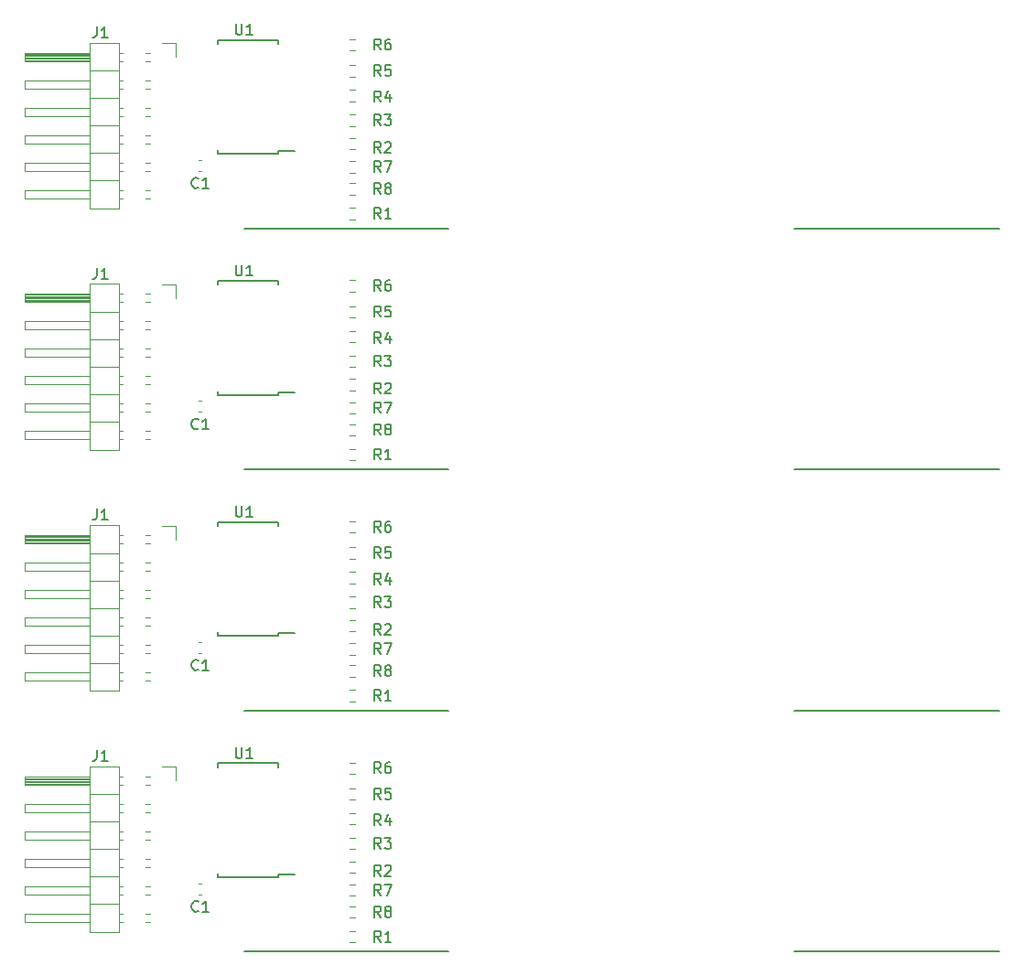
<source format=gbr>
%TF.GenerationSoftware,KiCad,Pcbnew,7.0.2*%
%TF.CreationDate,2023-08-10T02:42:33+09:00*%
%TF.ProjectId,Pmod_7LED_8digit,506d6f64-5f37-44c4-9544-5f3864696769,rev?*%
%TF.SameCoordinates,Original*%
%TF.FileFunction,Legend,Top*%
%TF.FilePolarity,Positive*%
%FSLAX46Y46*%
G04 Gerber Fmt 4.6, Leading zero omitted, Abs format (unit mm)*
G04 Created by KiCad (PCBNEW 7.0.2) date 2023-08-10 02:42:33*
%MOMM*%
%LPD*%
G01*
G04 APERTURE LIST*
%ADD10C,0.150000*%
%ADD11C,0.120000*%
%ADD12C,0.200000*%
G04 APERTURE END LIST*
D10*
%TO.C,C1*%
X108836333Y-35988380D02*
X108788714Y-36036000D01*
X108788714Y-36036000D02*
X108645857Y-36083619D01*
X108645857Y-36083619D02*
X108550619Y-36083619D01*
X108550619Y-36083619D02*
X108407762Y-36036000D01*
X108407762Y-36036000D02*
X108312524Y-35940761D01*
X108312524Y-35940761D02*
X108264905Y-35845523D01*
X108264905Y-35845523D02*
X108217286Y-35655047D01*
X108217286Y-35655047D02*
X108217286Y-35512190D01*
X108217286Y-35512190D02*
X108264905Y-35321714D01*
X108264905Y-35321714D02*
X108312524Y-35226476D01*
X108312524Y-35226476D02*
X108407762Y-35131238D01*
X108407762Y-35131238D02*
X108550619Y-35083619D01*
X108550619Y-35083619D02*
X108645857Y-35083619D01*
X108645857Y-35083619D02*
X108788714Y-35131238D01*
X108788714Y-35131238D02*
X108836333Y-35178857D01*
X109788714Y-36083619D02*
X109217286Y-36083619D01*
X109503000Y-36083619D02*
X109503000Y-35083619D01*
X109503000Y-35083619D02*
X109407762Y-35226476D01*
X109407762Y-35226476D02*
X109312524Y-35321714D01*
X109312524Y-35321714D02*
X109217286Y-35369333D01*
%TO.C,R3*%
X125727333Y-52561619D02*
X125394000Y-52085428D01*
X125155905Y-52561619D02*
X125155905Y-51561619D01*
X125155905Y-51561619D02*
X125536857Y-51561619D01*
X125536857Y-51561619D02*
X125632095Y-51609238D01*
X125632095Y-51609238D02*
X125679714Y-51656857D01*
X125679714Y-51656857D02*
X125727333Y-51752095D01*
X125727333Y-51752095D02*
X125727333Y-51894952D01*
X125727333Y-51894952D02*
X125679714Y-51990190D01*
X125679714Y-51990190D02*
X125632095Y-52037809D01*
X125632095Y-52037809D02*
X125536857Y-52085428D01*
X125536857Y-52085428D02*
X125155905Y-52085428D01*
X126060667Y-51561619D02*
X126679714Y-51561619D01*
X126679714Y-51561619D02*
X126346381Y-51942571D01*
X126346381Y-51942571D02*
X126489238Y-51942571D01*
X126489238Y-51942571D02*
X126584476Y-51990190D01*
X126584476Y-51990190D02*
X126632095Y-52037809D01*
X126632095Y-52037809D02*
X126679714Y-52133047D01*
X126679714Y-52133047D02*
X126679714Y-52371142D01*
X126679714Y-52371142D02*
X126632095Y-52466380D01*
X126632095Y-52466380D02*
X126584476Y-52514000D01*
X126584476Y-52514000D02*
X126489238Y-52561619D01*
X126489238Y-52561619D02*
X126203524Y-52561619D01*
X126203524Y-52561619D02*
X126108286Y-52514000D01*
X126108286Y-52514000D02*
X126060667Y-52466380D01*
%TO.C,U1*%
X112305095Y-87819619D02*
X112305095Y-88629142D01*
X112305095Y-88629142D02*
X112352714Y-88724380D01*
X112352714Y-88724380D02*
X112400333Y-88772000D01*
X112400333Y-88772000D02*
X112495571Y-88819619D01*
X112495571Y-88819619D02*
X112686047Y-88819619D01*
X112686047Y-88819619D02*
X112781285Y-88772000D01*
X112781285Y-88772000D02*
X112828904Y-88724380D01*
X112828904Y-88724380D02*
X112876523Y-88629142D01*
X112876523Y-88629142D02*
X112876523Y-87819619D01*
X113876523Y-88819619D02*
X113305095Y-88819619D01*
X113590809Y-88819619D02*
X113590809Y-87819619D01*
X113590809Y-87819619D02*
X113495571Y-87962476D01*
X113495571Y-87962476D02*
X113400333Y-88057714D01*
X113400333Y-88057714D02*
X113305095Y-88105333D01*
%TO.C,R3*%
X125727333Y-30241619D02*
X125394000Y-29765428D01*
X125155905Y-30241619D02*
X125155905Y-29241619D01*
X125155905Y-29241619D02*
X125536857Y-29241619D01*
X125536857Y-29241619D02*
X125632095Y-29289238D01*
X125632095Y-29289238D02*
X125679714Y-29336857D01*
X125679714Y-29336857D02*
X125727333Y-29432095D01*
X125727333Y-29432095D02*
X125727333Y-29574952D01*
X125727333Y-29574952D02*
X125679714Y-29670190D01*
X125679714Y-29670190D02*
X125632095Y-29717809D01*
X125632095Y-29717809D02*
X125536857Y-29765428D01*
X125536857Y-29765428D02*
X125155905Y-29765428D01*
X126060667Y-29241619D02*
X126679714Y-29241619D01*
X126679714Y-29241619D02*
X126346381Y-29622571D01*
X126346381Y-29622571D02*
X126489238Y-29622571D01*
X126489238Y-29622571D02*
X126584476Y-29670190D01*
X126584476Y-29670190D02*
X126632095Y-29717809D01*
X126632095Y-29717809D02*
X126679714Y-29813047D01*
X126679714Y-29813047D02*
X126679714Y-30051142D01*
X126679714Y-30051142D02*
X126632095Y-30146380D01*
X126632095Y-30146380D02*
X126584476Y-30194000D01*
X126584476Y-30194000D02*
X126489238Y-30241619D01*
X126489238Y-30241619D02*
X126203524Y-30241619D01*
X126203524Y-30241619D02*
X126108286Y-30194000D01*
X126108286Y-30194000D02*
X126060667Y-30146380D01*
%TO.C,R6*%
X125727333Y-45576619D02*
X125394000Y-45100428D01*
X125155905Y-45576619D02*
X125155905Y-44576619D01*
X125155905Y-44576619D02*
X125536857Y-44576619D01*
X125536857Y-44576619D02*
X125632095Y-44624238D01*
X125632095Y-44624238D02*
X125679714Y-44671857D01*
X125679714Y-44671857D02*
X125727333Y-44767095D01*
X125727333Y-44767095D02*
X125727333Y-44909952D01*
X125727333Y-44909952D02*
X125679714Y-45005190D01*
X125679714Y-45005190D02*
X125632095Y-45052809D01*
X125632095Y-45052809D02*
X125536857Y-45100428D01*
X125536857Y-45100428D02*
X125155905Y-45100428D01*
X126584476Y-44576619D02*
X126394000Y-44576619D01*
X126394000Y-44576619D02*
X126298762Y-44624238D01*
X126298762Y-44624238D02*
X126251143Y-44671857D01*
X126251143Y-44671857D02*
X126155905Y-44814714D01*
X126155905Y-44814714D02*
X126108286Y-45005190D01*
X126108286Y-45005190D02*
X126108286Y-45386142D01*
X126108286Y-45386142D02*
X126155905Y-45481380D01*
X126155905Y-45481380D02*
X126203524Y-45529000D01*
X126203524Y-45529000D02*
X126298762Y-45576619D01*
X126298762Y-45576619D02*
X126489238Y-45576619D01*
X126489238Y-45576619D02*
X126584476Y-45529000D01*
X126584476Y-45529000D02*
X126632095Y-45481380D01*
X126632095Y-45481380D02*
X126679714Y-45386142D01*
X126679714Y-45386142D02*
X126679714Y-45148047D01*
X126679714Y-45148047D02*
X126632095Y-45052809D01*
X126632095Y-45052809D02*
X126584476Y-45005190D01*
X126584476Y-45005190D02*
X126489238Y-44957571D01*
X126489238Y-44957571D02*
X126298762Y-44957571D01*
X126298762Y-44957571D02*
X126203524Y-45005190D01*
X126203524Y-45005190D02*
X126155905Y-45052809D01*
X126155905Y-45052809D02*
X126108286Y-45148047D01*
%TO.C,R1*%
X125727333Y-38877619D02*
X125394000Y-38401428D01*
X125155905Y-38877619D02*
X125155905Y-37877619D01*
X125155905Y-37877619D02*
X125536857Y-37877619D01*
X125536857Y-37877619D02*
X125632095Y-37925238D01*
X125632095Y-37925238D02*
X125679714Y-37972857D01*
X125679714Y-37972857D02*
X125727333Y-38068095D01*
X125727333Y-38068095D02*
X125727333Y-38210952D01*
X125727333Y-38210952D02*
X125679714Y-38306190D01*
X125679714Y-38306190D02*
X125632095Y-38353809D01*
X125632095Y-38353809D02*
X125536857Y-38401428D01*
X125536857Y-38401428D02*
X125155905Y-38401428D01*
X126679714Y-38877619D02*
X126108286Y-38877619D01*
X126394000Y-38877619D02*
X126394000Y-37877619D01*
X126394000Y-37877619D02*
X126298762Y-38020476D01*
X126298762Y-38020476D02*
X126203524Y-38115714D01*
X126203524Y-38115714D02*
X126108286Y-38163333D01*
%TO.C,R4*%
X125727333Y-72722619D02*
X125394000Y-72246428D01*
X125155905Y-72722619D02*
X125155905Y-71722619D01*
X125155905Y-71722619D02*
X125536857Y-71722619D01*
X125536857Y-71722619D02*
X125632095Y-71770238D01*
X125632095Y-71770238D02*
X125679714Y-71817857D01*
X125679714Y-71817857D02*
X125727333Y-71913095D01*
X125727333Y-71913095D02*
X125727333Y-72055952D01*
X125727333Y-72055952D02*
X125679714Y-72151190D01*
X125679714Y-72151190D02*
X125632095Y-72198809D01*
X125632095Y-72198809D02*
X125536857Y-72246428D01*
X125536857Y-72246428D02*
X125155905Y-72246428D01*
X126584476Y-72055952D02*
X126584476Y-72722619D01*
X126346381Y-71675000D02*
X126108286Y-72389285D01*
X126108286Y-72389285D02*
X126727333Y-72389285D01*
%TO.C,R7*%
X125727333Y-101519619D02*
X125394000Y-101043428D01*
X125155905Y-101519619D02*
X125155905Y-100519619D01*
X125155905Y-100519619D02*
X125536857Y-100519619D01*
X125536857Y-100519619D02*
X125632095Y-100567238D01*
X125632095Y-100567238D02*
X125679714Y-100614857D01*
X125679714Y-100614857D02*
X125727333Y-100710095D01*
X125727333Y-100710095D02*
X125727333Y-100852952D01*
X125727333Y-100852952D02*
X125679714Y-100948190D01*
X125679714Y-100948190D02*
X125632095Y-100995809D01*
X125632095Y-100995809D02*
X125536857Y-101043428D01*
X125536857Y-101043428D02*
X125155905Y-101043428D01*
X126060667Y-100519619D02*
X126727333Y-100519619D01*
X126727333Y-100519619D02*
X126298762Y-101519619D01*
%TO.C,C1*%
X108836333Y-80628380D02*
X108788714Y-80676000D01*
X108788714Y-80676000D02*
X108645857Y-80723619D01*
X108645857Y-80723619D02*
X108550619Y-80723619D01*
X108550619Y-80723619D02*
X108407762Y-80676000D01*
X108407762Y-80676000D02*
X108312524Y-80580761D01*
X108312524Y-80580761D02*
X108264905Y-80485523D01*
X108264905Y-80485523D02*
X108217286Y-80295047D01*
X108217286Y-80295047D02*
X108217286Y-80152190D01*
X108217286Y-80152190D02*
X108264905Y-79961714D01*
X108264905Y-79961714D02*
X108312524Y-79866476D01*
X108312524Y-79866476D02*
X108407762Y-79771238D01*
X108407762Y-79771238D02*
X108550619Y-79723619D01*
X108550619Y-79723619D02*
X108645857Y-79723619D01*
X108645857Y-79723619D02*
X108788714Y-79771238D01*
X108788714Y-79771238D02*
X108836333Y-79818857D01*
X109788714Y-80723619D02*
X109217286Y-80723619D01*
X109503000Y-80723619D02*
X109503000Y-79723619D01*
X109503000Y-79723619D02*
X109407762Y-79866476D01*
X109407762Y-79866476D02*
X109312524Y-79961714D01*
X109312524Y-79961714D02*
X109217286Y-80009333D01*
%TO.C,R2*%
X125727333Y-32781619D02*
X125394000Y-32305428D01*
X125155905Y-32781619D02*
X125155905Y-31781619D01*
X125155905Y-31781619D02*
X125536857Y-31781619D01*
X125536857Y-31781619D02*
X125632095Y-31829238D01*
X125632095Y-31829238D02*
X125679714Y-31876857D01*
X125679714Y-31876857D02*
X125727333Y-31972095D01*
X125727333Y-31972095D02*
X125727333Y-32114952D01*
X125727333Y-32114952D02*
X125679714Y-32210190D01*
X125679714Y-32210190D02*
X125632095Y-32257809D01*
X125632095Y-32257809D02*
X125536857Y-32305428D01*
X125536857Y-32305428D02*
X125155905Y-32305428D01*
X126108286Y-31876857D02*
X126155905Y-31829238D01*
X126155905Y-31829238D02*
X126251143Y-31781619D01*
X126251143Y-31781619D02*
X126489238Y-31781619D01*
X126489238Y-31781619D02*
X126584476Y-31829238D01*
X126584476Y-31829238D02*
X126632095Y-31876857D01*
X126632095Y-31876857D02*
X126679714Y-31972095D01*
X126679714Y-31972095D02*
X126679714Y-32067333D01*
X126679714Y-32067333D02*
X126632095Y-32210190D01*
X126632095Y-32210190D02*
X126060667Y-32781619D01*
X126060667Y-32781619D02*
X126679714Y-32781619D01*
X125727333Y-99741619D02*
X125394000Y-99265428D01*
X125155905Y-99741619D02*
X125155905Y-98741619D01*
X125155905Y-98741619D02*
X125536857Y-98741619D01*
X125536857Y-98741619D02*
X125632095Y-98789238D01*
X125632095Y-98789238D02*
X125679714Y-98836857D01*
X125679714Y-98836857D02*
X125727333Y-98932095D01*
X125727333Y-98932095D02*
X125727333Y-99074952D01*
X125727333Y-99074952D02*
X125679714Y-99170190D01*
X125679714Y-99170190D02*
X125632095Y-99217809D01*
X125632095Y-99217809D02*
X125536857Y-99265428D01*
X125536857Y-99265428D02*
X125155905Y-99265428D01*
X126108286Y-98836857D02*
X126155905Y-98789238D01*
X126155905Y-98789238D02*
X126251143Y-98741619D01*
X126251143Y-98741619D02*
X126489238Y-98741619D01*
X126489238Y-98741619D02*
X126584476Y-98789238D01*
X126584476Y-98789238D02*
X126632095Y-98836857D01*
X126632095Y-98836857D02*
X126679714Y-98932095D01*
X126679714Y-98932095D02*
X126679714Y-99027333D01*
X126679714Y-99027333D02*
X126632095Y-99170190D01*
X126632095Y-99170190D02*
X126060667Y-99741619D01*
X126060667Y-99741619D02*
X126679714Y-99741619D01*
%TO.C,R4*%
X125727333Y-28082619D02*
X125394000Y-27606428D01*
X125155905Y-28082619D02*
X125155905Y-27082619D01*
X125155905Y-27082619D02*
X125536857Y-27082619D01*
X125536857Y-27082619D02*
X125632095Y-27130238D01*
X125632095Y-27130238D02*
X125679714Y-27177857D01*
X125679714Y-27177857D02*
X125727333Y-27273095D01*
X125727333Y-27273095D02*
X125727333Y-27415952D01*
X125727333Y-27415952D02*
X125679714Y-27511190D01*
X125679714Y-27511190D02*
X125632095Y-27558809D01*
X125632095Y-27558809D02*
X125536857Y-27606428D01*
X125536857Y-27606428D02*
X125155905Y-27606428D01*
X126584476Y-27415952D02*
X126584476Y-28082619D01*
X126346381Y-27035000D02*
X126108286Y-27749285D01*
X126108286Y-27749285D02*
X126727333Y-27749285D01*
%TO.C,U1*%
X112305095Y-65499619D02*
X112305095Y-66309142D01*
X112305095Y-66309142D02*
X112352714Y-66404380D01*
X112352714Y-66404380D02*
X112400333Y-66452000D01*
X112400333Y-66452000D02*
X112495571Y-66499619D01*
X112495571Y-66499619D02*
X112686047Y-66499619D01*
X112686047Y-66499619D02*
X112781285Y-66452000D01*
X112781285Y-66452000D02*
X112828904Y-66404380D01*
X112828904Y-66404380D02*
X112876523Y-66309142D01*
X112876523Y-66309142D02*
X112876523Y-65499619D01*
X113876523Y-66499619D02*
X113305095Y-66499619D01*
X113590809Y-66499619D02*
X113590809Y-65499619D01*
X113590809Y-65499619D02*
X113495571Y-65642476D01*
X113495571Y-65642476D02*
X113400333Y-65737714D01*
X113400333Y-65737714D02*
X113305095Y-65785333D01*
%TO.C,R7*%
X125727333Y-56879619D02*
X125394000Y-56403428D01*
X125155905Y-56879619D02*
X125155905Y-55879619D01*
X125155905Y-55879619D02*
X125536857Y-55879619D01*
X125536857Y-55879619D02*
X125632095Y-55927238D01*
X125632095Y-55927238D02*
X125679714Y-55974857D01*
X125679714Y-55974857D02*
X125727333Y-56070095D01*
X125727333Y-56070095D02*
X125727333Y-56212952D01*
X125727333Y-56212952D02*
X125679714Y-56308190D01*
X125679714Y-56308190D02*
X125632095Y-56355809D01*
X125632095Y-56355809D02*
X125536857Y-56403428D01*
X125536857Y-56403428D02*
X125155905Y-56403428D01*
X126060667Y-55879619D02*
X126727333Y-55879619D01*
X126727333Y-55879619D02*
X126298762Y-56879619D01*
%TO.C,R5*%
X125727333Y-92629619D02*
X125394000Y-92153428D01*
X125155905Y-92629619D02*
X125155905Y-91629619D01*
X125155905Y-91629619D02*
X125536857Y-91629619D01*
X125536857Y-91629619D02*
X125632095Y-91677238D01*
X125632095Y-91677238D02*
X125679714Y-91724857D01*
X125679714Y-91724857D02*
X125727333Y-91820095D01*
X125727333Y-91820095D02*
X125727333Y-91962952D01*
X125727333Y-91962952D02*
X125679714Y-92058190D01*
X125679714Y-92058190D02*
X125632095Y-92105809D01*
X125632095Y-92105809D02*
X125536857Y-92153428D01*
X125536857Y-92153428D02*
X125155905Y-92153428D01*
X126632095Y-91629619D02*
X126155905Y-91629619D01*
X126155905Y-91629619D02*
X126108286Y-92105809D01*
X126108286Y-92105809D02*
X126155905Y-92058190D01*
X126155905Y-92058190D02*
X126251143Y-92010571D01*
X126251143Y-92010571D02*
X126489238Y-92010571D01*
X126489238Y-92010571D02*
X126584476Y-92058190D01*
X126584476Y-92058190D02*
X126632095Y-92105809D01*
X126632095Y-92105809D02*
X126679714Y-92201047D01*
X126679714Y-92201047D02*
X126679714Y-92439142D01*
X126679714Y-92439142D02*
X126632095Y-92534380D01*
X126632095Y-92534380D02*
X126584476Y-92582000D01*
X126584476Y-92582000D02*
X126489238Y-92629619D01*
X126489238Y-92629619D02*
X126251143Y-92629619D01*
X126251143Y-92629619D02*
X126155905Y-92582000D01*
X126155905Y-92582000D02*
X126108286Y-92534380D01*
%TO.C,R2*%
X125727333Y-77421619D02*
X125394000Y-76945428D01*
X125155905Y-77421619D02*
X125155905Y-76421619D01*
X125155905Y-76421619D02*
X125536857Y-76421619D01*
X125536857Y-76421619D02*
X125632095Y-76469238D01*
X125632095Y-76469238D02*
X125679714Y-76516857D01*
X125679714Y-76516857D02*
X125727333Y-76612095D01*
X125727333Y-76612095D02*
X125727333Y-76754952D01*
X125727333Y-76754952D02*
X125679714Y-76850190D01*
X125679714Y-76850190D02*
X125632095Y-76897809D01*
X125632095Y-76897809D02*
X125536857Y-76945428D01*
X125536857Y-76945428D02*
X125155905Y-76945428D01*
X126108286Y-76516857D02*
X126155905Y-76469238D01*
X126155905Y-76469238D02*
X126251143Y-76421619D01*
X126251143Y-76421619D02*
X126489238Y-76421619D01*
X126489238Y-76421619D02*
X126584476Y-76469238D01*
X126584476Y-76469238D02*
X126632095Y-76516857D01*
X126632095Y-76516857D02*
X126679714Y-76612095D01*
X126679714Y-76612095D02*
X126679714Y-76707333D01*
X126679714Y-76707333D02*
X126632095Y-76850190D01*
X126632095Y-76850190D02*
X126060667Y-77421619D01*
X126060667Y-77421619D02*
X126679714Y-77421619D01*
%TO.C,J1*%
X99458666Y-21129619D02*
X99458666Y-21843904D01*
X99458666Y-21843904D02*
X99411047Y-21986761D01*
X99411047Y-21986761D02*
X99315809Y-22082000D01*
X99315809Y-22082000D02*
X99172952Y-22129619D01*
X99172952Y-22129619D02*
X99077714Y-22129619D01*
X100458666Y-22129619D02*
X99887238Y-22129619D01*
X100172952Y-22129619D02*
X100172952Y-21129619D01*
X100172952Y-21129619D02*
X100077714Y-21272476D01*
X100077714Y-21272476D02*
X99982476Y-21367714D01*
X99982476Y-21367714D02*
X99887238Y-21415333D01*
%TO.C,R1*%
X125727333Y-61197619D02*
X125394000Y-60721428D01*
X125155905Y-61197619D02*
X125155905Y-60197619D01*
X125155905Y-60197619D02*
X125536857Y-60197619D01*
X125536857Y-60197619D02*
X125632095Y-60245238D01*
X125632095Y-60245238D02*
X125679714Y-60292857D01*
X125679714Y-60292857D02*
X125727333Y-60388095D01*
X125727333Y-60388095D02*
X125727333Y-60530952D01*
X125727333Y-60530952D02*
X125679714Y-60626190D01*
X125679714Y-60626190D02*
X125632095Y-60673809D01*
X125632095Y-60673809D02*
X125536857Y-60721428D01*
X125536857Y-60721428D02*
X125155905Y-60721428D01*
X126679714Y-61197619D02*
X126108286Y-61197619D01*
X126394000Y-61197619D02*
X126394000Y-60197619D01*
X126394000Y-60197619D02*
X126298762Y-60340476D01*
X126298762Y-60340476D02*
X126203524Y-60435714D01*
X126203524Y-60435714D02*
X126108286Y-60483333D01*
%TO.C,J1*%
X99458666Y-88089619D02*
X99458666Y-88803904D01*
X99458666Y-88803904D02*
X99411047Y-88946761D01*
X99411047Y-88946761D02*
X99315809Y-89042000D01*
X99315809Y-89042000D02*
X99172952Y-89089619D01*
X99172952Y-89089619D02*
X99077714Y-89089619D01*
X100458666Y-89089619D02*
X99887238Y-89089619D01*
X100172952Y-89089619D02*
X100172952Y-88089619D01*
X100172952Y-88089619D02*
X100077714Y-88232476D01*
X100077714Y-88232476D02*
X99982476Y-88327714D01*
X99982476Y-88327714D02*
X99887238Y-88375333D01*
%TO.C,R6*%
X125727333Y-67896619D02*
X125394000Y-67420428D01*
X125155905Y-67896619D02*
X125155905Y-66896619D01*
X125155905Y-66896619D02*
X125536857Y-66896619D01*
X125536857Y-66896619D02*
X125632095Y-66944238D01*
X125632095Y-66944238D02*
X125679714Y-66991857D01*
X125679714Y-66991857D02*
X125727333Y-67087095D01*
X125727333Y-67087095D02*
X125727333Y-67229952D01*
X125727333Y-67229952D02*
X125679714Y-67325190D01*
X125679714Y-67325190D02*
X125632095Y-67372809D01*
X125632095Y-67372809D02*
X125536857Y-67420428D01*
X125536857Y-67420428D02*
X125155905Y-67420428D01*
X126584476Y-66896619D02*
X126394000Y-66896619D01*
X126394000Y-66896619D02*
X126298762Y-66944238D01*
X126298762Y-66944238D02*
X126251143Y-66991857D01*
X126251143Y-66991857D02*
X126155905Y-67134714D01*
X126155905Y-67134714D02*
X126108286Y-67325190D01*
X126108286Y-67325190D02*
X126108286Y-67706142D01*
X126108286Y-67706142D02*
X126155905Y-67801380D01*
X126155905Y-67801380D02*
X126203524Y-67849000D01*
X126203524Y-67849000D02*
X126298762Y-67896619D01*
X126298762Y-67896619D02*
X126489238Y-67896619D01*
X126489238Y-67896619D02*
X126584476Y-67849000D01*
X126584476Y-67849000D02*
X126632095Y-67801380D01*
X126632095Y-67801380D02*
X126679714Y-67706142D01*
X126679714Y-67706142D02*
X126679714Y-67468047D01*
X126679714Y-67468047D02*
X126632095Y-67372809D01*
X126632095Y-67372809D02*
X126584476Y-67325190D01*
X126584476Y-67325190D02*
X126489238Y-67277571D01*
X126489238Y-67277571D02*
X126298762Y-67277571D01*
X126298762Y-67277571D02*
X126203524Y-67325190D01*
X126203524Y-67325190D02*
X126155905Y-67372809D01*
X126155905Y-67372809D02*
X126108286Y-67468047D01*
%TO.C,J1*%
X99458666Y-43449619D02*
X99458666Y-44163904D01*
X99458666Y-44163904D02*
X99411047Y-44306761D01*
X99411047Y-44306761D02*
X99315809Y-44402000D01*
X99315809Y-44402000D02*
X99172952Y-44449619D01*
X99172952Y-44449619D02*
X99077714Y-44449619D01*
X100458666Y-44449619D02*
X99887238Y-44449619D01*
X100172952Y-44449619D02*
X100172952Y-43449619D01*
X100172952Y-43449619D02*
X100077714Y-43592476D01*
X100077714Y-43592476D02*
X99982476Y-43687714D01*
X99982476Y-43687714D02*
X99887238Y-43735333D01*
%TO.C,R2*%
X125727333Y-55101619D02*
X125394000Y-54625428D01*
X125155905Y-55101619D02*
X125155905Y-54101619D01*
X125155905Y-54101619D02*
X125536857Y-54101619D01*
X125536857Y-54101619D02*
X125632095Y-54149238D01*
X125632095Y-54149238D02*
X125679714Y-54196857D01*
X125679714Y-54196857D02*
X125727333Y-54292095D01*
X125727333Y-54292095D02*
X125727333Y-54434952D01*
X125727333Y-54434952D02*
X125679714Y-54530190D01*
X125679714Y-54530190D02*
X125632095Y-54577809D01*
X125632095Y-54577809D02*
X125536857Y-54625428D01*
X125536857Y-54625428D02*
X125155905Y-54625428D01*
X126108286Y-54196857D02*
X126155905Y-54149238D01*
X126155905Y-54149238D02*
X126251143Y-54101619D01*
X126251143Y-54101619D02*
X126489238Y-54101619D01*
X126489238Y-54101619D02*
X126584476Y-54149238D01*
X126584476Y-54149238D02*
X126632095Y-54196857D01*
X126632095Y-54196857D02*
X126679714Y-54292095D01*
X126679714Y-54292095D02*
X126679714Y-54387333D01*
X126679714Y-54387333D02*
X126632095Y-54530190D01*
X126632095Y-54530190D02*
X126060667Y-55101619D01*
X126060667Y-55101619D02*
X126679714Y-55101619D01*
%TO.C,R3*%
X125727333Y-97201619D02*
X125394000Y-96725428D01*
X125155905Y-97201619D02*
X125155905Y-96201619D01*
X125155905Y-96201619D02*
X125536857Y-96201619D01*
X125536857Y-96201619D02*
X125632095Y-96249238D01*
X125632095Y-96249238D02*
X125679714Y-96296857D01*
X125679714Y-96296857D02*
X125727333Y-96392095D01*
X125727333Y-96392095D02*
X125727333Y-96534952D01*
X125727333Y-96534952D02*
X125679714Y-96630190D01*
X125679714Y-96630190D02*
X125632095Y-96677809D01*
X125632095Y-96677809D02*
X125536857Y-96725428D01*
X125536857Y-96725428D02*
X125155905Y-96725428D01*
X126060667Y-96201619D02*
X126679714Y-96201619D01*
X126679714Y-96201619D02*
X126346381Y-96582571D01*
X126346381Y-96582571D02*
X126489238Y-96582571D01*
X126489238Y-96582571D02*
X126584476Y-96630190D01*
X126584476Y-96630190D02*
X126632095Y-96677809D01*
X126632095Y-96677809D02*
X126679714Y-96773047D01*
X126679714Y-96773047D02*
X126679714Y-97011142D01*
X126679714Y-97011142D02*
X126632095Y-97106380D01*
X126632095Y-97106380D02*
X126584476Y-97154000D01*
X126584476Y-97154000D02*
X126489238Y-97201619D01*
X126489238Y-97201619D02*
X126203524Y-97201619D01*
X126203524Y-97201619D02*
X126108286Y-97154000D01*
X126108286Y-97154000D02*
X126060667Y-97106380D01*
%TO.C,R4*%
X125727333Y-50402619D02*
X125394000Y-49926428D01*
X125155905Y-50402619D02*
X125155905Y-49402619D01*
X125155905Y-49402619D02*
X125536857Y-49402619D01*
X125536857Y-49402619D02*
X125632095Y-49450238D01*
X125632095Y-49450238D02*
X125679714Y-49497857D01*
X125679714Y-49497857D02*
X125727333Y-49593095D01*
X125727333Y-49593095D02*
X125727333Y-49735952D01*
X125727333Y-49735952D02*
X125679714Y-49831190D01*
X125679714Y-49831190D02*
X125632095Y-49878809D01*
X125632095Y-49878809D02*
X125536857Y-49926428D01*
X125536857Y-49926428D02*
X125155905Y-49926428D01*
X126584476Y-49735952D02*
X126584476Y-50402619D01*
X126346381Y-49355000D02*
X126108286Y-50069285D01*
X126108286Y-50069285D02*
X126727333Y-50069285D01*
%TO.C,R3*%
X125727333Y-74881619D02*
X125394000Y-74405428D01*
X125155905Y-74881619D02*
X125155905Y-73881619D01*
X125155905Y-73881619D02*
X125536857Y-73881619D01*
X125536857Y-73881619D02*
X125632095Y-73929238D01*
X125632095Y-73929238D02*
X125679714Y-73976857D01*
X125679714Y-73976857D02*
X125727333Y-74072095D01*
X125727333Y-74072095D02*
X125727333Y-74214952D01*
X125727333Y-74214952D02*
X125679714Y-74310190D01*
X125679714Y-74310190D02*
X125632095Y-74357809D01*
X125632095Y-74357809D02*
X125536857Y-74405428D01*
X125536857Y-74405428D02*
X125155905Y-74405428D01*
X126060667Y-73881619D02*
X126679714Y-73881619D01*
X126679714Y-73881619D02*
X126346381Y-74262571D01*
X126346381Y-74262571D02*
X126489238Y-74262571D01*
X126489238Y-74262571D02*
X126584476Y-74310190D01*
X126584476Y-74310190D02*
X126632095Y-74357809D01*
X126632095Y-74357809D02*
X126679714Y-74453047D01*
X126679714Y-74453047D02*
X126679714Y-74691142D01*
X126679714Y-74691142D02*
X126632095Y-74786380D01*
X126632095Y-74786380D02*
X126584476Y-74834000D01*
X126584476Y-74834000D02*
X126489238Y-74881619D01*
X126489238Y-74881619D02*
X126203524Y-74881619D01*
X126203524Y-74881619D02*
X126108286Y-74834000D01*
X126108286Y-74834000D02*
X126060667Y-74786380D01*
%TO.C,U1*%
X112305095Y-20859619D02*
X112305095Y-21669142D01*
X112305095Y-21669142D02*
X112352714Y-21764380D01*
X112352714Y-21764380D02*
X112400333Y-21812000D01*
X112400333Y-21812000D02*
X112495571Y-21859619D01*
X112495571Y-21859619D02*
X112686047Y-21859619D01*
X112686047Y-21859619D02*
X112781285Y-21812000D01*
X112781285Y-21812000D02*
X112828904Y-21764380D01*
X112828904Y-21764380D02*
X112876523Y-21669142D01*
X112876523Y-21669142D02*
X112876523Y-20859619D01*
X113876523Y-21859619D02*
X113305095Y-21859619D01*
X113590809Y-21859619D02*
X113590809Y-20859619D01*
X113590809Y-20859619D02*
X113495571Y-21002476D01*
X113495571Y-21002476D02*
X113400333Y-21097714D01*
X113400333Y-21097714D02*
X113305095Y-21145333D01*
%TO.C,R8*%
X125727333Y-81231619D02*
X125394000Y-80755428D01*
X125155905Y-81231619D02*
X125155905Y-80231619D01*
X125155905Y-80231619D02*
X125536857Y-80231619D01*
X125536857Y-80231619D02*
X125632095Y-80279238D01*
X125632095Y-80279238D02*
X125679714Y-80326857D01*
X125679714Y-80326857D02*
X125727333Y-80422095D01*
X125727333Y-80422095D02*
X125727333Y-80564952D01*
X125727333Y-80564952D02*
X125679714Y-80660190D01*
X125679714Y-80660190D02*
X125632095Y-80707809D01*
X125632095Y-80707809D02*
X125536857Y-80755428D01*
X125536857Y-80755428D02*
X125155905Y-80755428D01*
X126298762Y-80660190D02*
X126203524Y-80612571D01*
X126203524Y-80612571D02*
X126155905Y-80564952D01*
X126155905Y-80564952D02*
X126108286Y-80469714D01*
X126108286Y-80469714D02*
X126108286Y-80422095D01*
X126108286Y-80422095D02*
X126155905Y-80326857D01*
X126155905Y-80326857D02*
X126203524Y-80279238D01*
X126203524Y-80279238D02*
X126298762Y-80231619D01*
X126298762Y-80231619D02*
X126489238Y-80231619D01*
X126489238Y-80231619D02*
X126584476Y-80279238D01*
X126584476Y-80279238D02*
X126632095Y-80326857D01*
X126632095Y-80326857D02*
X126679714Y-80422095D01*
X126679714Y-80422095D02*
X126679714Y-80469714D01*
X126679714Y-80469714D02*
X126632095Y-80564952D01*
X126632095Y-80564952D02*
X126584476Y-80612571D01*
X126584476Y-80612571D02*
X126489238Y-80660190D01*
X126489238Y-80660190D02*
X126298762Y-80660190D01*
X126298762Y-80660190D02*
X126203524Y-80707809D01*
X126203524Y-80707809D02*
X126155905Y-80755428D01*
X126155905Y-80755428D02*
X126108286Y-80850666D01*
X126108286Y-80850666D02*
X126108286Y-81041142D01*
X126108286Y-81041142D02*
X126155905Y-81136380D01*
X126155905Y-81136380D02*
X126203524Y-81184000D01*
X126203524Y-81184000D02*
X126298762Y-81231619D01*
X126298762Y-81231619D02*
X126489238Y-81231619D01*
X126489238Y-81231619D02*
X126584476Y-81184000D01*
X126584476Y-81184000D02*
X126632095Y-81136380D01*
X126632095Y-81136380D02*
X126679714Y-81041142D01*
X126679714Y-81041142D02*
X126679714Y-80850666D01*
X126679714Y-80850666D02*
X126632095Y-80755428D01*
X126632095Y-80755428D02*
X126584476Y-80707809D01*
X126584476Y-80707809D02*
X126489238Y-80660190D01*
X125727333Y-36591619D02*
X125394000Y-36115428D01*
X125155905Y-36591619D02*
X125155905Y-35591619D01*
X125155905Y-35591619D02*
X125536857Y-35591619D01*
X125536857Y-35591619D02*
X125632095Y-35639238D01*
X125632095Y-35639238D02*
X125679714Y-35686857D01*
X125679714Y-35686857D02*
X125727333Y-35782095D01*
X125727333Y-35782095D02*
X125727333Y-35924952D01*
X125727333Y-35924952D02*
X125679714Y-36020190D01*
X125679714Y-36020190D02*
X125632095Y-36067809D01*
X125632095Y-36067809D02*
X125536857Y-36115428D01*
X125536857Y-36115428D02*
X125155905Y-36115428D01*
X126298762Y-36020190D02*
X126203524Y-35972571D01*
X126203524Y-35972571D02*
X126155905Y-35924952D01*
X126155905Y-35924952D02*
X126108286Y-35829714D01*
X126108286Y-35829714D02*
X126108286Y-35782095D01*
X126108286Y-35782095D02*
X126155905Y-35686857D01*
X126155905Y-35686857D02*
X126203524Y-35639238D01*
X126203524Y-35639238D02*
X126298762Y-35591619D01*
X126298762Y-35591619D02*
X126489238Y-35591619D01*
X126489238Y-35591619D02*
X126584476Y-35639238D01*
X126584476Y-35639238D02*
X126632095Y-35686857D01*
X126632095Y-35686857D02*
X126679714Y-35782095D01*
X126679714Y-35782095D02*
X126679714Y-35829714D01*
X126679714Y-35829714D02*
X126632095Y-35924952D01*
X126632095Y-35924952D02*
X126584476Y-35972571D01*
X126584476Y-35972571D02*
X126489238Y-36020190D01*
X126489238Y-36020190D02*
X126298762Y-36020190D01*
X126298762Y-36020190D02*
X126203524Y-36067809D01*
X126203524Y-36067809D02*
X126155905Y-36115428D01*
X126155905Y-36115428D02*
X126108286Y-36210666D01*
X126108286Y-36210666D02*
X126108286Y-36401142D01*
X126108286Y-36401142D02*
X126155905Y-36496380D01*
X126155905Y-36496380D02*
X126203524Y-36544000D01*
X126203524Y-36544000D02*
X126298762Y-36591619D01*
X126298762Y-36591619D02*
X126489238Y-36591619D01*
X126489238Y-36591619D02*
X126584476Y-36544000D01*
X126584476Y-36544000D02*
X126632095Y-36496380D01*
X126632095Y-36496380D02*
X126679714Y-36401142D01*
X126679714Y-36401142D02*
X126679714Y-36210666D01*
X126679714Y-36210666D02*
X126632095Y-36115428D01*
X126632095Y-36115428D02*
X126584476Y-36067809D01*
X126584476Y-36067809D02*
X126489238Y-36020190D01*
%TO.C,J1*%
X99458666Y-65769619D02*
X99458666Y-66483904D01*
X99458666Y-66483904D02*
X99411047Y-66626761D01*
X99411047Y-66626761D02*
X99315809Y-66722000D01*
X99315809Y-66722000D02*
X99172952Y-66769619D01*
X99172952Y-66769619D02*
X99077714Y-66769619D01*
X100458666Y-66769619D02*
X99887238Y-66769619D01*
X100172952Y-66769619D02*
X100172952Y-65769619D01*
X100172952Y-65769619D02*
X100077714Y-65912476D01*
X100077714Y-65912476D02*
X99982476Y-66007714D01*
X99982476Y-66007714D02*
X99887238Y-66055333D01*
%TO.C,R5*%
X125727333Y-47989619D02*
X125394000Y-47513428D01*
X125155905Y-47989619D02*
X125155905Y-46989619D01*
X125155905Y-46989619D02*
X125536857Y-46989619D01*
X125536857Y-46989619D02*
X125632095Y-47037238D01*
X125632095Y-47037238D02*
X125679714Y-47084857D01*
X125679714Y-47084857D02*
X125727333Y-47180095D01*
X125727333Y-47180095D02*
X125727333Y-47322952D01*
X125727333Y-47322952D02*
X125679714Y-47418190D01*
X125679714Y-47418190D02*
X125632095Y-47465809D01*
X125632095Y-47465809D02*
X125536857Y-47513428D01*
X125536857Y-47513428D02*
X125155905Y-47513428D01*
X126632095Y-46989619D02*
X126155905Y-46989619D01*
X126155905Y-46989619D02*
X126108286Y-47465809D01*
X126108286Y-47465809D02*
X126155905Y-47418190D01*
X126155905Y-47418190D02*
X126251143Y-47370571D01*
X126251143Y-47370571D02*
X126489238Y-47370571D01*
X126489238Y-47370571D02*
X126584476Y-47418190D01*
X126584476Y-47418190D02*
X126632095Y-47465809D01*
X126632095Y-47465809D02*
X126679714Y-47561047D01*
X126679714Y-47561047D02*
X126679714Y-47799142D01*
X126679714Y-47799142D02*
X126632095Y-47894380D01*
X126632095Y-47894380D02*
X126584476Y-47942000D01*
X126584476Y-47942000D02*
X126489238Y-47989619D01*
X126489238Y-47989619D02*
X126251143Y-47989619D01*
X126251143Y-47989619D02*
X126155905Y-47942000D01*
X126155905Y-47942000D02*
X126108286Y-47894380D01*
X125727333Y-70309619D02*
X125394000Y-69833428D01*
X125155905Y-70309619D02*
X125155905Y-69309619D01*
X125155905Y-69309619D02*
X125536857Y-69309619D01*
X125536857Y-69309619D02*
X125632095Y-69357238D01*
X125632095Y-69357238D02*
X125679714Y-69404857D01*
X125679714Y-69404857D02*
X125727333Y-69500095D01*
X125727333Y-69500095D02*
X125727333Y-69642952D01*
X125727333Y-69642952D02*
X125679714Y-69738190D01*
X125679714Y-69738190D02*
X125632095Y-69785809D01*
X125632095Y-69785809D02*
X125536857Y-69833428D01*
X125536857Y-69833428D02*
X125155905Y-69833428D01*
X126632095Y-69309619D02*
X126155905Y-69309619D01*
X126155905Y-69309619D02*
X126108286Y-69785809D01*
X126108286Y-69785809D02*
X126155905Y-69738190D01*
X126155905Y-69738190D02*
X126251143Y-69690571D01*
X126251143Y-69690571D02*
X126489238Y-69690571D01*
X126489238Y-69690571D02*
X126584476Y-69738190D01*
X126584476Y-69738190D02*
X126632095Y-69785809D01*
X126632095Y-69785809D02*
X126679714Y-69881047D01*
X126679714Y-69881047D02*
X126679714Y-70119142D01*
X126679714Y-70119142D02*
X126632095Y-70214380D01*
X126632095Y-70214380D02*
X126584476Y-70262000D01*
X126584476Y-70262000D02*
X126489238Y-70309619D01*
X126489238Y-70309619D02*
X126251143Y-70309619D01*
X126251143Y-70309619D02*
X126155905Y-70262000D01*
X126155905Y-70262000D02*
X126108286Y-70214380D01*
%TO.C,R7*%
X125727333Y-79199619D02*
X125394000Y-78723428D01*
X125155905Y-79199619D02*
X125155905Y-78199619D01*
X125155905Y-78199619D02*
X125536857Y-78199619D01*
X125536857Y-78199619D02*
X125632095Y-78247238D01*
X125632095Y-78247238D02*
X125679714Y-78294857D01*
X125679714Y-78294857D02*
X125727333Y-78390095D01*
X125727333Y-78390095D02*
X125727333Y-78532952D01*
X125727333Y-78532952D02*
X125679714Y-78628190D01*
X125679714Y-78628190D02*
X125632095Y-78675809D01*
X125632095Y-78675809D02*
X125536857Y-78723428D01*
X125536857Y-78723428D02*
X125155905Y-78723428D01*
X126060667Y-78199619D02*
X126727333Y-78199619D01*
X126727333Y-78199619D02*
X126298762Y-79199619D01*
X125727333Y-34559619D02*
X125394000Y-34083428D01*
X125155905Y-34559619D02*
X125155905Y-33559619D01*
X125155905Y-33559619D02*
X125536857Y-33559619D01*
X125536857Y-33559619D02*
X125632095Y-33607238D01*
X125632095Y-33607238D02*
X125679714Y-33654857D01*
X125679714Y-33654857D02*
X125727333Y-33750095D01*
X125727333Y-33750095D02*
X125727333Y-33892952D01*
X125727333Y-33892952D02*
X125679714Y-33988190D01*
X125679714Y-33988190D02*
X125632095Y-34035809D01*
X125632095Y-34035809D02*
X125536857Y-34083428D01*
X125536857Y-34083428D02*
X125155905Y-34083428D01*
X126060667Y-33559619D02*
X126727333Y-33559619D01*
X126727333Y-33559619D02*
X126298762Y-34559619D01*
%TO.C,R6*%
X125727333Y-90216619D02*
X125394000Y-89740428D01*
X125155905Y-90216619D02*
X125155905Y-89216619D01*
X125155905Y-89216619D02*
X125536857Y-89216619D01*
X125536857Y-89216619D02*
X125632095Y-89264238D01*
X125632095Y-89264238D02*
X125679714Y-89311857D01*
X125679714Y-89311857D02*
X125727333Y-89407095D01*
X125727333Y-89407095D02*
X125727333Y-89549952D01*
X125727333Y-89549952D02*
X125679714Y-89645190D01*
X125679714Y-89645190D02*
X125632095Y-89692809D01*
X125632095Y-89692809D02*
X125536857Y-89740428D01*
X125536857Y-89740428D02*
X125155905Y-89740428D01*
X126584476Y-89216619D02*
X126394000Y-89216619D01*
X126394000Y-89216619D02*
X126298762Y-89264238D01*
X126298762Y-89264238D02*
X126251143Y-89311857D01*
X126251143Y-89311857D02*
X126155905Y-89454714D01*
X126155905Y-89454714D02*
X126108286Y-89645190D01*
X126108286Y-89645190D02*
X126108286Y-90026142D01*
X126108286Y-90026142D02*
X126155905Y-90121380D01*
X126155905Y-90121380D02*
X126203524Y-90169000D01*
X126203524Y-90169000D02*
X126298762Y-90216619D01*
X126298762Y-90216619D02*
X126489238Y-90216619D01*
X126489238Y-90216619D02*
X126584476Y-90169000D01*
X126584476Y-90169000D02*
X126632095Y-90121380D01*
X126632095Y-90121380D02*
X126679714Y-90026142D01*
X126679714Y-90026142D02*
X126679714Y-89788047D01*
X126679714Y-89788047D02*
X126632095Y-89692809D01*
X126632095Y-89692809D02*
X126584476Y-89645190D01*
X126584476Y-89645190D02*
X126489238Y-89597571D01*
X126489238Y-89597571D02*
X126298762Y-89597571D01*
X126298762Y-89597571D02*
X126203524Y-89645190D01*
X126203524Y-89645190D02*
X126155905Y-89692809D01*
X126155905Y-89692809D02*
X126108286Y-89788047D01*
%TO.C,R1*%
X125727333Y-105837619D02*
X125394000Y-105361428D01*
X125155905Y-105837619D02*
X125155905Y-104837619D01*
X125155905Y-104837619D02*
X125536857Y-104837619D01*
X125536857Y-104837619D02*
X125632095Y-104885238D01*
X125632095Y-104885238D02*
X125679714Y-104932857D01*
X125679714Y-104932857D02*
X125727333Y-105028095D01*
X125727333Y-105028095D02*
X125727333Y-105170952D01*
X125727333Y-105170952D02*
X125679714Y-105266190D01*
X125679714Y-105266190D02*
X125632095Y-105313809D01*
X125632095Y-105313809D02*
X125536857Y-105361428D01*
X125536857Y-105361428D02*
X125155905Y-105361428D01*
X126679714Y-105837619D02*
X126108286Y-105837619D01*
X126394000Y-105837619D02*
X126394000Y-104837619D01*
X126394000Y-104837619D02*
X126298762Y-104980476D01*
X126298762Y-104980476D02*
X126203524Y-105075714D01*
X126203524Y-105075714D02*
X126108286Y-105123333D01*
%TO.C,R6*%
X125727333Y-23256619D02*
X125394000Y-22780428D01*
X125155905Y-23256619D02*
X125155905Y-22256619D01*
X125155905Y-22256619D02*
X125536857Y-22256619D01*
X125536857Y-22256619D02*
X125632095Y-22304238D01*
X125632095Y-22304238D02*
X125679714Y-22351857D01*
X125679714Y-22351857D02*
X125727333Y-22447095D01*
X125727333Y-22447095D02*
X125727333Y-22589952D01*
X125727333Y-22589952D02*
X125679714Y-22685190D01*
X125679714Y-22685190D02*
X125632095Y-22732809D01*
X125632095Y-22732809D02*
X125536857Y-22780428D01*
X125536857Y-22780428D02*
X125155905Y-22780428D01*
X126584476Y-22256619D02*
X126394000Y-22256619D01*
X126394000Y-22256619D02*
X126298762Y-22304238D01*
X126298762Y-22304238D02*
X126251143Y-22351857D01*
X126251143Y-22351857D02*
X126155905Y-22494714D01*
X126155905Y-22494714D02*
X126108286Y-22685190D01*
X126108286Y-22685190D02*
X126108286Y-23066142D01*
X126108286Y-23066142D02*
X126155905Y-23161380D01*
X126155905Y-23161380D02*
X126203524Y-23209000D01*
X126203524Y-23209000D02*
X126298762Y-23256619D01*
X126298762Y-23256619D02*
X126489238Y-23256619D01*
X126489238Y-23256619D02*
X126584476Y-23209000D01*
X126584476Y-23209000D02*
X126632095Y-23161380D01*
X126632095Y-23161380D02*
X126679714Y-23066142D01*
X126679714Y-23066142D02*
X126679714Y-22828047D01*
X126679714Y-22828047D02*
X126632095Y-22732809D01*
X126632095Y-22732809D02*
X126584476Y-22685190D01*
X126584476Y-22685190D02*
X126489238Y-22637571D01*
X126489238Y-22637571D02*
X126298762Y-22637571D01*
X126298762Y-22637571D02*
X126203524Y-22685190D01*
X126203524Y-22685190D02*
X126155905Y-22732809D01*
X126155905Y-22732809D02*
X126108286Y-22828047D01*
%TO.C,C1*%
X108836333Y-58308380D02*
X108788714Y-58356000D01*
X108788714Y-58356000D02*
X108645857Y-58403619D01*
X108645857Y-58403619D02*
X108550619Y-58403619D01*
X108550619Y-58403619D02*
X108407762Y-58356000D01*
X108407762Y-58356000D02*
X108312524Y-58260761D01*
X108312524Y-58260761D02*
X108264905Y-58165523D01*
X108264905Y-58165523D02*
X108217286Y-57975047D01*
X108217286Y-57975047D02*
X108217286Y-57832190D01*
X108217286Y-57832190D02*
X108264905Y-57641714D01*
X108264905Y-57641714D02*
X108312524Y-57546476D01*
X108312524Y-57546476D02*
X108407762Y-57451238D01*
X108407762Y-57451238D02*
X108550619Y-57403619D01*
X108550619Y-57403619D02*
X108645857Y-57403619D01*
X108645857Y-57403619D02*
X108788714Y-57451238D01*
X108788714Y-57451238D02*
X108836333Y-57498857D01*
X109788714Y-58403619D02*
X109217286Y-58403619D01*
X109503000Y-58403619D02*
X109503000Y-57403619D01*
X109503000Y-57403619D02*
X109407762Y-57546476D01*
X109407762Y-57546476D02*
X109312524Y-57641714D01*
X109312524Y-57641714D02*
X109217286Y-57689333D01*
%TO.C,R4*%
X125727333Y-95042619D02*
X125394000Y-94566428D01*
X125155905Y-95042619D02*
X125155905Y-94042619D01*
X125155905Y-94042619D02*
X125536857Y-94042619D01*
X125536857Y-94042619D02*
X125632095Y-94090238D01*
X125632095Y-94090238D02*
X125679714Y-94137857D01*
X125679714Y-94137857D02*
X125727333Y-94233095D01*
X125727333Y-94233095D02*
X125727333Y-94375952D01*
X125727333Y-94375952D02*
X125679714Y-94471190D01*
X125679714Y-94471190D02*
X125632095Y-94518809D01*
X125632095Y-94518809D02*
X125536857Y-94566428D01*
X125536857Y-94566428D02*
X125155905Y-94566428D01*
X126584476Y-94375952D02*
X126584476Y-95042619D01*
X126346381Y-93995000D02*
X126108286Y-94709285D01*
X126108286Y-94709285D02*
X126727333Y-94709285D01*
%TO.C,R8*%
X125727333Y-103551619D02*
X125394000Y-103075428D01*
X125155905Y-103551619D02*
X125155905Y-102551619D01*
X125155905Y-102551619D02*
X125536857Y-102551619D01*
X125536857Y-102551619D02*
X125632095Y-102599238D01*
X125632095Y-102599238D02*
X125679714Y-102646857D01*
X125679714Y-102646857D02*
X125727333Y-102742095D01*
X125727333Y-102742095D02*
X125727333Y-102884952D01*
X125727333Y-102884952D02*
X125679714Y-102980190D01*
X125679714Y-102980190D02*
X125632095Y-103027809D01*
X125632095Y-103027809D02*
X125536857Y-103075428D01*
X125536857Y-103075428D02*
X125155905Y-103075428D01*
X126298762Y-102980190D02*
X126203524Y-102932571D01*
X126203524Y-102932571D02*
X126155905Y-102884952D01*
X126155905Y-102884952D02*
X126108286Y-102789714D01*
X126108286Y-102789714D02*
X126108286Y-102742095D01*
X126108286Y-102742095D02*
X126155905Y-102646857D01*
X126155905Y-102646857D02*
X126203524Y-102599238D01*
X126203524Y-102599238D02*
X126298762Y-102551619D01*
X126298762Y-102551619D02*
X126489238Y-102551619D01*
X126489238Y-102551619D02*
X126584476Y-102599238D01*
X126584476Y-102599238D02*
X126632095Y-102646857D01*
X126632095Y-102646857D02*
X126679714Y-102742095D01*
X126679714Y-102742095D02*
X126679714Y-102789714D01*
X126679714Y-102789714D02*
X126632095Y-102884952D01*
X126632095Y-102884952D02*
X126584476Y-102932571D01*
X126584476Y-102932571D02*
X126489238Y-102980190D01*
X126489238Y-102980190D02*
X126298762Y-102980190D01*
X126298762Y-102980190D02*
X126203524Y-103027809D01*
X126203524Y-103027809D02*
X126155905Y-103075428D01*
X126155905Y-103075428D02*
X126108286Y-103170666D01*
X126108286Y-103170666D02*
X126108286Y-103361142D01*
X126108286Y-103361142D02*
X126155905Y-103456380D01*
X126155905Y-103456380D02*
X126203524Y-103504000D01*
X126203524Y-103504000D02*
X126298762Y-103551619D01*
X126298762Y-103551619D02*
X126489238Y-103551619D01*
X126489238Y-103551619D02*
X126584476Y-103504000D01*
X126584476Y-103504000D02*
X126632095Y-103456380D01*
X126632095Y-103456380D02*
X126679714Y-103361142D01*
X126679714Y-103361142D02*
X126679714Y-103170666D01*
X126679714Y-103170666D02*
X126632095Y-103075428D01*
X126632095Y-103075428D02*
X126584476Y-103027809D01*
X126584476Y-103027809D02*
X126489238Y-102980190D01*
%TO.C,C1*%
X108836333Y-102948380D02*
X108788714Y-102996000D01*
X108788714Y-102996000D02*
X108645857Y-103043619D01*
X108645857Y-103043619D02*
X108550619Y-103043619D01*
X108550619Y-103043619D02*
X108407762Y-102996000D01*
X108407762Y-102996000D02*
X108312524Y-102900761D01*
X108312524Y-102900761D02*
X108264905Y-102805523D01*
X108264905Y-102805523D02*
X108217286Y-102615047D01*
X108217286Y-102615047D02*
X108217286Y-102472190D01*
X108217286Y-102472190D02*
X108264905Y-102281714D01*
X108264905Y-102281714D02*
X108312524Y-102186476D01*
X108312524Y-102186476D02*
X108407762Y-102091238D01*
X108407762Y-102091238D02*
X108550619Y-102043619D01*
X108550619Y-102043619D02*
X108645857Y-102043619D01*
X108645857Y-102043619D02*
X108788714Y-102091238D01*
X108788714Y-102091238D02*
X108836333Y-102138857D01*
X109788714Y-103043619D02*
X109217286Y-103043619D01*
X109503000Y-103043619D02*
X109503000Y-102043619D01*
X109503000Y-102043619D02*
X109407762Y-102186476D01*
X109407762Y-102186476D02*
X109312524Y-102281714D01*
X109312524Y-102281714D02*
X109217286Y-102329333D01*
%TO.C,U1*%
X112305095Y-43179619D02*
X112305095Y-43989142D01*
X112305095Y-43989142D02*
X112352714Y-44084380D01*
X112352714Y-44084380D02*
X112400333Y-44132000D01*
X112400333Y-44132000D02*
X112495571Y-44179619D01*
X112495571Y-44179619D02*
X112686047Y-44179619D01*
X112686047Y-44179619D02*
X112781285Y-44132000D01*
X112781285Y-44132000D02*
X112828904Y-44084380D01*
X112828904Y-44084380D02*
X112876523Y-43989142D01*
X112876523Y-43989142D02*
X112876523Y-43179619D01*
X113876523Y-44179619D02*
X113305095Y-44179619D01*
X113590809Y-44179619D02*
X113590809Y-43179619D01*
X113590809Y-43179619D02*
X113495571Y-43322476D01*
X113495571Y-43322476D02*
X113400333Y-43417714D01*
X113400333Y-43417714D02*
X113305095Y-43465333D01*
%TO.C,R5*%
X125727333Y-25669619D02*
X125394000Y-25193428D01*
X125155905Y-25669619D02*
X125155905Y-24669619D01*
X125155905Y-24669619D02*
X125536857Y-24669619D01*
X125536857Y-24669619D02*
X125632095Y-24717238D01*
X125632095Y-24717238D02*
X125679714Y-24764857D01*
X125679714Y-24764857D02*
X125727333Y-24860095D01*
X125727333Y-24860095D02*
X125727333Y-25002952D01*
X125727333Y-25002952D02*
X125679714Y-25098190D01*
X125679714Y-25098190D02*
X125632095Y-25145809D01*
X125632095Y-25145809D02*
X125536857Y-25193428D01*
X125536857Y-25193428D02*
X125155905Y-25193428D01*
X126632095Y-24669619D02*
X126155905Y-24669619D01*
X126155905Y-24669619D02*
X126108286Y-25145809D01*
X126108286Y-25145809D02*
X126155905Y-25098190D01*
X126155905Y-25098190D02*
X126251143Y-25050571D01*
X126251143Y-25050571D02*
X126489238Y-25050571D01*
X126489238Y-25050571D02*
X126584476Y-25098190D01*
X126584476Y-25098190D02*
X126632095Y-25145809D01*
X126632095Y-25145809D02*
X126679714Y-25241047D01*
X126679714Y-25241047D02*
X126679714Y-25479142D01*
X126679714Y-25479142D02*
X126632095Y-25574380D01*
X126632095Y-25574380D02*
X126584476Y-25622000D01*
X126584476Y-25622000D02*
X126489238Y-25669619D01*
X126489238Y-25669619D02*
X126251143Y-25669619D01*
X126251143Y-25669619D02*
X126155905Y-25622000D01*
X126155905Y-25622000D02*
X126108286Y-25574380D01*
%TO.C,R1*%
X125727333Y-83517619D02*
X125394000Y-83041428D01*
X125155905Y-83517619D02*
X125155905Y-82517619D01*
X125155905Y-82517619D02*
X125536857Y-82517619D01*
X125536857Y-82517619D02*
X125632095Y-82565238D01*
X125632095Y-82565238D02*
X125679714Y-82612857D01*
X125679714Y-82612857D02*
X125727333Y-82708095D01*
X125727333Y-82708095D02*
X125727333Y-82850952D01*
X125727333Y-82850952D02*
X125679714Y-82946190D01*
X125679714Y-82946190D02*
X125632095Y-82993809D01*
X125632095Y-82993809D02*
X125536857Y-83041428D01*
X125536857Y-83041428D02*
X125155905Y-83041428D01*
X126679714Y-83517619D02*
X126108286Y-83517619D01*
X126394000Y-83517619D02*
X126394000Y-82517619D01*
X126394000Y-82517619D02*
X126298762Y-82660476D01*
X126298762Y-82660476D02*
X126203524Y-82755714D01*
X126203524Y-82755714D02*
X126108286Y-82803333D01*
%TO.C,R8*%
X125727333Y-58911619D02*
X125394000Y-58435428D01*
X125155905Y-58911619D02*
X125155905Y-57911619D01*
X125155905Y-57911619D02*
X125536857Y-57911619D01*
X125536857Y-57911619D02*
X125632095Y-57959238D01*
X125632095Y-57959238D02*
X125679714Y-58006857D01*
X125679714Y-58006857D02*
X125727333Y-58102095D01*
X125727333Y-58102095D02*
X125727333Y-58244952D01*
X125727333Y-58244952D02*
X125679714Y-58340190D01*
X125679714Y-58340190D02*
X125632095Y-58387809D01*
X125632095Y-58387809D02*
X125536857Y-58435428D01*
X125536857Y-58435428D02*
X125155905Y-58435428D01*
X126298762Y-58340190D02*
X126203524Y-58292571D01*
X126203524Y-58292571D02*
X126155905Y-58244952D01*
X126155905Y-58244952D02*
X126108286Y-58149714D01*
X126108286Y-58149714D02*
X126108286Y-58102095D01*
X126108286Y-58102095D02*
X126155905Y-58006857D01*
X126155905Y-58006857D02*
X126203524Y-57959238D01*
X126203524Y-57959238D02*
X126298762Y-57911619D01*
X126298762Y-57911619D02*
X126489238Y-57911619D01*
X126489238Y-57911619D02*
X126584476Y-57959238D01*
X126584476Y-57959238D02*
X126632095Y-58006857D01*
X126632095Y-58006857D02*
X126679714Y-58102095D01*
X126679714Y-58102095D02*
X126679714Y-58149714D01*
X126679714Y-58149714D02*
X126632095Y-58244952D01*
X126632095Y-58244952D02*
X126584476Y-58292571D01*
X126584476Y-58292571D02*
X126489238Y-58340190D01*
X126489238Y-58340190D02*
X126298762Y-58340190D01*
X126298762Y-58340190D02*
X126203524Y-58387809D01*
X126203524Y-58387809D02*
X126155905Y-58435428D01*
X126155905Y-58435428D02*
X126108286Y-58530666D01*
X126108286Y-58530666D02*
X126108286Y-58721142D01*
X126108286Y-58721142D02*
X126155905Y-58816380D01*
X126155905Y-58816380D02*
X126203524Y-58864000D01*
X126203524Y-58864000D02*
X126298762Y-58911619D01*
X126298762Y-58911619D02*
X126489238Y-58911619D01*
X126489238Y-58911619D02*
X126584476Y-58864000D01*
X126584476Y-58864000D02*
X126632095Y-58816380D01*
X126632095Y-58816380D02*
X126679714Y-58721142D01*
X126679714Y-58721142D02*
X126679714Y-58530666D01*
X126679714Y-58530666D02*
X126632095Y-58435428D01*
X126632095Y-58435428D02*
X126584476Y-58387809D01*
X126584476Y-58387809D02*
X126489238Y-58340190D01*
D11*
%TO.C,C1*%
X109149267Y-34480000D02*
X108856733Y-34480000D01*
X109149267Y-33460000D02*
X108856733Y-33460000D01*
%TO.C,R3*%
X122845276Y-51576500D02*
X123354724Y-51576500D01*
X122845276Y-52621500D02*
X123354724Y-52621500D01*
D12*
%TO.C,DS1*%
X163992000Y-84425000D02*
X182917000Y-84425000D01*
%TO.C,DS2*%
X113065000Y-106745000D02*
X131990000Y-106745000D01*
D10*
%TO.C,U1*%
X116223000Y-99855000D02*
X116223000Y-99580000D01*
X116223000Y-99855000D02*
X110673000Y-99855000D01*
X116223000Y-99580000D02*
X117748000Y-99580000D01*
X116223000Y-89305000D02*
X116223000Y-89660000D01*
X116223000Y-89305000D02*
X110673000Y-89305000D01*
X110673000Y-99855000D02*
X110673000Y-99500000D01*
X110673000Y-89305000D02*
X110673000Y-89660000D01*
D12*
%TO.C,DS2*%
X113065000Y-84425000D02*
X131990000Y-84425000D01*
X113065000Y-62105000D02*
X131990000Y-62105000D01*
D11*
%TO.C,R3*%
X122845276Y-29256500D02*
X123354724Y-29256500D01*
X122845276Y-30301500D02*
X123354724Y-30301500D01*
%TO.C,R6*%
X122845276Y-44591500D02*
X123354724Y-44591500D01*
X122845276Y-45636500D02*
X123354724Y-45636500D01*
%TO.C,R1*%
X122845276Y-37892500D02*
X123354724Y-37892500D01*
X122845276Y-38937500D02*
X123354724Y-38937500D01*
%TO.C,R4*%
X122845276Y-71610500D02*
X123354724Y-71610500D01*
X122845276Y-72655500D02*
X123354724Y-72655500D01*
D12*
%TO.C,DS2*%
X113065000Y-39785000D02*
X131990000Y-39785000D01*
D11*
%TO.C,R7*%
X122845276Y-100534500D02*
X123354724Y-100534500D01*
X122845276Y-101579500D02*
X123354724Y-101579500D01*
%TO.C,C1*%
X109149267Y-79120000D02*
X108856733Y-79120000D01*
X109149267Y-78100000D02*
X108856733Y-78100000D01*
D12*
%TO.C,DS1*%
X163992000Y-39785000D02*
X182917000Y-39785000D01*
D11*
%TO.C,R2*%
X122845276Y-31415500D02*
X123354724Y-31415500D01*
X122845276Y-32460500D02*
X123354724Y-32460500D01*
X122845276Y-98375500D02*
X123354724Y-98375500D01*
X122845276Y-99420500D02*
X123354724Y-99420500D01*
%TO.C,R4*%
X122845276Y-26970500D02*
X123354724Y-26970500D01*
X122845276Y-28015500D02*
X123354724Y-28015500D01*
D10*
%TO.C,U1*%
X116223000Y-77535000D02*
X116223000Y-77260000D01*
X116223000Y-77535000D02*
X110673000Y-77535000D01*
X116223000Y-77260000D02*
X117748000Y-77260000D01*
X116223000Y-66985000D02*
X116223000Y-67340000D01*
X116223000Y-66985000D02*
X110673000Y-66985000D01*
X110673000Y-77535000D02*
X110673000Y-77180000D01*
X110673000Y-66985000D02*
X110673000Y-67340000D01*
D11*
%TO.C,R7*%
X122845276Y-55894500D02*
X123354724Y-55894500D01*
X122845276Y-56939500D02*
X123354724Y-56939500D01*
%TO.C,R5*%
X122845276Y-91644500D02*
X123354724Y-91644500D01*
X122845276Y-92689500D02*
X123354724Y-92689500D01*
%TO.C,R2*%
X122845276Y-76055500D02*
X123354724Y-76055500D01*
X122845276Y-77100500D02*
X123354724Y-77100500D01*
D12*
%TO.C,DS1*%
X163992000Y-106745000D02*
X182917000Y-106745000D01*
D11*
%TO.C,J1*%
X92807000Y-23557000D02*
X92807000Y-24317000D01*
X92807000Y-24317000D02*
X98807000Y-24317000D01*
X92807000Y-26097000D02*
X92807000Y-26857000D01*
X92807000Y-26857000D02*
X98807000Y-26857000D01*
X92807000Y-28637000D02*
X92807000Y-29397000D01*
X92807000Y-29397000D02*
X98807000Y-29397000D01*
X92807000Y-31177000D02*
X92807000Y-31937000D01*
X92807000Y-31937000D02*
X98807000Y-31937000D01*
X92807000Y-33717000D02*
X92807000Y-34477000D01*
X92807000Y-34477000D02*
X98807000Y-34477000D01*
X92807000Y-36257000D02*
X92807000Y-37017000D01*
X92807000Y-37017000D02*
X98807000Y-37017000D01*
X98807000Y-22607000D02*
X101467000Y-22607000D01*
X98807000Y-23557000D02*
X92807000Y-23557000D01*
X98807000Y-23617000D02*
X92807000Y-23617000D01*
X98807000Y-23737000D02*
X92807000Y-23737000D01*
X98807000Y-23857000D02*
X92807000Y-23857000D01*
X98807000Y-23977000D02*
X92807000Y-23977000D01*
X98807000Y-24097000D02*
X92807000Y-24097000D01*
X98807000Y-24217000D02*
X92807000Y-24217000D01*
X98807000Y-26097000D02*
X92807000Y-26097000D01*
X98807000Y-28637000D02*
X92807000Y-28637000D01*
X98807000Y-31177000D02*
X92807000Y-31177000D01*
X98807000Y-33717000D02*
X92807000Y-33717000D01*
X98807000Y-36257000D02*
X92807000Y-36257000D01*
X98807000Y-37967000D02*
X98807000Y-22607000D01*
X101467000Y-22607000D02*
X101467000Y-37967000D01*
X101467000Y-25207000D02*
X98807000Y-25207000D01*
X101467000Y-27747000D02*
X98807000Y-27747000D01*
X101467000Y-30287000D02*
X98807000Y-30287000D01*
X101467000Y-32827000D02*
X98807000Y-32827000D01*
X101467000Y-35367000D02*
X98807000Y-35367000D01*
X101467000Y-37967000D02*
X98807000Y-37967000D01*
X101864071Y-23557000D02*
X101467000Y-23557000D01*
X101864071Y-24317000D02*
X101467000Y-24317000D01*
X101864071Y-26097000D02*
X101467000Y-26097000D01*
X101864071Y-26857000D02*
X101467000Y-26857000D01*
X101864071Y-28637000D02*
X101467000Y-28637000D01*
X101864071Y-29397000D02*
X101467000Y-29397000D01*
X101864071Y-31177000D02*
X101467000Y-31177000D01*
X101864071Y-31937000D02*
X101467000Y-31937000D01*
X101864071Y-33717000D02*
X101467000Y-33717000D01*
X101864071Y-34477000D02*
X101467000Y-34477000D01*
X101864071Y-36257000D02*
X101467000Y-36257000D01*
X101864071Y-37017000D02*
X101467000Y-37017000D01*
X104337000Y-23557000D02*
X103949929Y-23557000D01*
X104337000Y-24317000D02*
X103949929Y-24317000D01*
X104404071Y-26097000D02*
X103949929Y-26097000D01*
X104404071Y-26857000D02*
X103949929Y-26857000D01*
X104404071Y-28637000D02*
X103949929Y-28637000D01*
X104404071Y-29397000D02*
X103949929Y-29397000D01*
X104404071Y-31177000D02*
X103949929Y-31177000D01*
X104404071Y-31937000D02*
X103949929Y-31937000D01*
X104404071Y-33717000D02*
X103949929Y-33717000D01*
X104404071Y-34477000D02*
X103949929Y-34477000D01*
X104404071Y-36257000D02*
X103949929Y-36257000D01*
X104404071Y-37017000D02*
X103949929Y-37017000D01*
X106717000Y-22667000D02*
X105447000Y-22667000D01*
X106717000Y-23937000D02*
X106717000Y-22667000D01*
%TO.C,R1*%
X122845276Y-60212500D02*
X123354724Y-60212500D01*
X122845276Y-61257500D02*
X123354724Y-61257500D01*
%TO.C,J1*%
X92807000Y-90517000D02*
X92807000Y-91277000D01*
X92807000Y-91277000D02*
X98807000Y-91277000D01*
X92807000Y-93057000D02*
X92807000Y-93817000D01*
X92807000Y-93817000D02*
X98807000Y-93817000D01*
X92807000Y-95597000D02*
X92807000Y-96357000D01*
X92807000Y-96357000D02*
X98807000Y-96357000D01*
X92807000Y-98137000D02*
X92807000Y-98897000D01*
X92807000Y-98897000D02*
X98807000Y-98897000D01*
X92807000Y-100677000D02*
X92807000Y-101437000D01*
X92807000Y-101437000D02*
X98807000Y-101437000D01*
X92807000Y-103217000D02*
X92807000Y-103977000D01*
X92807000Y-103977000D02*
X98807000Y-103977000D01*
X98807000Y-89567000D02*
X101467000Y-89567000D01*
X98807000Y-90517000D02*
X92807000Y-90517000D01*
X98807000Y-90577000D02*
X92807000Y-90577000D01*
X98807000Y-90697000D02*
X92807000Y-90697000D01*
X98807000Y-90817000D02*
X92807000Y-90817000D01*
X98807000Y-90937000D02*
X92807000Y-90937000D01*
X98807000Y-91057000D02*
X92807000Y-91057000D01*
X98807000Y-91177000D02*
X92807000Y-91177000D01*
X98807000Y-93057000D02*
X92807000Y-93057000D01*
X98807000Y-95597000D02*
X92807000Y-95597000D01*
X98807000Y-98137000D02*
X92807000Y-98137000D01*
X98807000Y-100677000D02*
X92807000Y-100677000D01*
X98807000Y-103217000D02*
X92807000Y-103217000D01*
X98807000Y-104927000D02*
X98807000Y-89567000D01*
X101467000Y-89567000D02*
X101467000Y-104927000D01*
X101467000Y-92167000D02*
X98807000Y-92167000D01*
X101467000Y-94707000D02*
X98807000Y-94707000D01*
X101467000Y-97247000D02*
X98807000Y-97247000D01*
X101467000Y-99787000D02*
X98807000Y-99787000D01*
X101467000Y-102327000D02*
X98807000Y-102327000D01*
X101467000Y-104927000D02*
X98807000Y-104927000D01*
X101864071Y-90517000D02*
X101467000Y-90517000D01*
X101864071Y-91277000D02*
X101467000Y-91277000D01*
X101864071Y-93057000D02*
X101467000Y-93057000D01*
X101864071Y-93817000D02*
X101467000Y-93817000D01*
X101864071Y-95597000D02*
X101467000Y-95597000D01*
X101864071Y-96357000D02*
X101467000Y-96357000D01*
X101864071Y-98137000D02*
X101467000Y-98137000D01*
X101864071Y-98897000D02*
X101467000Y-98897000D01*
X101864071Y-100677000D02*
X101467000Y-100677000D01*
X101864071Y-101437000D02*
X101467000Y-101437000D01*
X101864071Y-103217000D02*
X101467000Y-103217000D01*
X101864071Y-103977000D02*
X101467000Y-103977000D01*
X104337000Y-90517000D02*
X103949929Y-90517000D01*
X104337000Y-91277000D02*
X103949929Y-91277000D01*
X104404071Y-93057000D02*
X103949929Y-93057000D01*
X104404071Y-93817000D02*
X103949929Y-93817000D01*
X104404071Y-95597000D02*
X103949929Y-95597000D01*
X104404071Y-96357000D02*
X103949929Y-96357000D01*
X104404071Y-98137000D02*
X103949929Y-98137000D01*
X104404071Y-98897000D02*
X103949929Y-98897000D01*
X104404071Y-100677000D02*
X103949929Y-100677000D01*
X104404071Y-101437000D02*
X103949929Y-101437000D01*
X104404071Y-103217000D02*
X103949929Y-103217000D01*
X104404071Y-103977000D02*
X103949929Y-103977000D01*
X106717000Y-89627000D02*
X105447000Y-89627000D01*
X106717000Y-90897000D02*
X106717000Y-89627000D01*
%TO.C,R6*%
X122845276Y-66911500D02*
X123354724Y-66911500D01*
X122845276Y-67956500D02*
X123354724Y-67956500D01*
%TO.C,J1*%
X92807000Y-45877000D02*
X92807000Y-46637000D01*
X92807000Y-46637000D02*
X98807000Y-46637000D01*
X92807000Y-48417000D02*
X92807000Y-49177000D01*
X92807000Y-49177000D02*
X98807000Y-49177000D01*
X92807000Y-50957000D02*
X92807000Y-51717000D01*
X92807000Y-51717000D02*
X98807000Y-51717000D01*
X92807000Y-53497000D02*
X92807000Y-54257000D01*
X92807000Y-54257000D02*
X98807000Y-54257000D01*
X92807000Y-56037000D02*
X92807000Y-56797000D01*
X92807000Y-56797000D02*
X98807000Y-56797000D01*
X92807000Y-58577000D02*
X92807000Y-59337000D01*
X92807000Y-59337000D02*
X98807000Y-59337000D01*
X98807000Y-44927000D02*
X101467000Y-44927000D01*
X98807000Y-45877000D02*
X92807000Y-45877000D01*
X98807000Y-45937000D02*
X92807000Y-45937000D01*
X98807000Y-46057000D02*
X92807000Y-46057000D01*
X98807000Y-46177000D02*
X92807000Y-46177000D01*
X98807000Y-46297000D02*
X92807000Y-46297000D01*
X98807000Y-46417000D02*
X92807000Y-46417000D01*
X98807000Y-46537000D02*
X92807000Y-46537000D01*
X98807000Y-48417000D02*
X92807000Y-48417000D01*
X98807000Y-50957000D02*
X92807000Y-50957000D01*
X98807000Y-53497000D02*
X92807000Y-53497000D01*
X98807000Y-56037000D02*
X92807000Y-56037000D01*
X98807000Y-58577000D02*
X92807000Y-58577000D01*
X98807000Y-60287000D02*
X98807000Y-44927000D01*
X101467000Y-44927000D02*
X101467000Y-60287000D01*
X101467000Y-47527000D02*
X98807000Y-47527000D01*
X101467000Y-50067000D02*
X98807000Y-50067000D01*
X101467000Y-52607000D02*
X98807000Y-52607000D01*
X101467000Y-55147000D02*
X98807000Y-55147000D01*
X101467000Y-57687000D02*
X98807000Y-57687000D01*
X101467000Y-60287000D02*
X98807000Y-60287000D01*
X101864071Y-45877000D02*
X101467000Y-45877000D01*
X101864071Y-46637000D02*
X101467000Y-46637000D01*
X101864071Y-48417000D02*
X101467000Y-48417000D01*
X101864071Y-49177000D02*
X101467000Y-49177000D01*
X101864071Y-50957000D02*
X101467000Y-50957000D01*
X101864071Y-51717000D02*
X101467000Y-51717000D01*
X101864071Y-53497000D02*
X101467000Y-53497000D01*
X101864071Y-54257000D02*
X101467000Y-54257000D01*
X101864071Y-56037000D02*
X101467000Y-56037000D01*
X101864071Y-56797000D02*
X101467000Y-56797000D01*
X101864071Y-58577000D02*
X101467000Y-58577000D01*
X101864071Y-59337000D02*
X101467000Y-59337000D01*
X104337000Y-45877000D02*
X103949929Y-45877000D01*
X104337000Y-46637000D02*
X103949929Y-46637000D01*
X104404071Y-48417000D02*
X103949929Y-48417000D01*
X104404071Y-49177000D02*
X103949929Y-49177000D01*
X104404071Y-50957000D02*
X103949929Y-50957000D01*
X104404071Y-51717000D02*
X103949929Y-51717000D01*
X104404071Y-53497000D02*
X103949929Y-53497000D01*
X104404071Y-54257000D02*
X103949929Y-54257000D01*
X104404071Y-56037000D02*
X103949929Y-56037000D01*
X104404071Y-56797000D02*
X103949929Y-56797000D01*
X104404071Y-58577000D02*
X103949929Y-58577000D01*
X104404071Y-59337000D02*
X103949929Y-59337000D01*
X106717000Y-44987000D02*
X105447000Y-44987000D01*
X106717000Y-46257000D02*
X106717000Y-44987000D01*
%TO.C,R2*%
X122845276Y-53735500D02*
X123354724Y-53735500D01*
X122845276Y-54780500D02*
X123354724Y-54780500D01*
%TO.C,R3*%
X122845276Y-96216500D02*
X123354724Y-96216500D01*
X122845276Y-97261500D02*
X123354724Y-97261500D01*
%TO.C,R4*%
X122845276Y-49290500D02*
X123354724Y-49290500D01*
X122845276Y-50335500D02*
X123354724Y-50335500D01*
%TO.C,R3*%
X122845276Y-73896500D02*
X123354724Y-73896500D01*
X122845276Y-74941500D02*
X123354724Y-74941500D01*
D10*
%TO.C,U1*%
X116223000Y-32895000D02*
X116223000Y-32620000D01*
X116223000Y-32895000D02*
X110673000Y-32895000D01*
X116223000Y-32620000D02*
X117748000Y-32620000D01*
X116223000Y-22345000D02*
X116223000Y-22700000D01*
X116223000Y-22345000D02*
X110673000Y-22345000D01*
X110673000Y-32895000D02*
X110673000Y-32540000D01*
X110673000Y-22345000D02*
X110673000Y-22700000D01*
D11*
%TO.C,R8*%
X122845276Y-80246500D02*
X123354724Y-80246500D01*
X122845276Y-81291500D02*
X123354724Y-81291500D01*
X122845276Y-35606500D02*
X123354724Y-35606500D01*
X122845276Y-36651500D02*
X123354724Y-36651500D01*
%TO.C,J1*%
X92807000Y-68197000D02*
X92807000Y-68957000D01*
X92807000Y-68957000D02*
X98807000Y-68957000D01*
X92807000Y-70737000D02*
X92807000Y-71497000D01*
X92807000Y-71497000D02*
X98807000Y-71497000D01*
X92807000Y-73277000D02*
X92807000Y-74037000D01*
X92807000Y-74037000D02*
X98807000Y-74037000D01*
X92807000Y-75817000D02*
X92807000Y-76577000D01*
X92807000Y-76577000D02*
X98807000Y-76577000D01*
X92807000Y-78357000D02*
X92807000Y-79117000D01*
X92807000Y-79117000D02*
X98807000Y-79117000D01*
X92807000Y-80897000D02*
X92807000Y-81657000D01*
X92807000Y-81657000D02*
X98807000Y-81657000D01*
X98807000Y-67247000D02*
X101467000Y-67247000D01*
X98807000Y-68197000D02*
X92807000Y-68197000D01*
X98807000Y-68257000D02*
X92807000Y-68257000D01*
X98807000Y-68377000D02*
X92807000Y-68377000D01*
X98807000Y-68497000D02*
X92807000Y-68497000D01*
X98807000Y-68617000D02*
X92807000Y-68617000D01*
X98807000Y-68737000D02*
X92807000Y-68737000D01*
X98807000Y-68857000D02*
X92807000Y-68857000D01*
X98807000Y-70737000D02*
X92807000Y-70737000D01*
X98807000Y-73277000D02*
X92807000Y-73277000D01*
X98807000Y-75817000D02*
X92807000Y-75817000D01*
X98807000Y-78357000D02*
X92807000Y-78357000D01*
X98807000Y-80897000D02*
X92807000Y-80897000D01*
X98807000Y-82607000D02*
X98807000Y-67247000D01*
X101467000Y-67247000D02*
X101467000Y-82607000D01*
X101467000Y-69847000D02*
X98807000Y-69847000D01*
X101467000Y-72387000D02*
X98807000Y-72387000D01*
X101467000Y-74927000D02*
X98807000Y-74927000D01*
X101467000Y-77467000D02*
X98807000Y-77467000D01*
X101467000Y-80007000D02*
X98807000Y-80007000D01*
X101467000Y-82607000D02*
X98807000Y-82607000D01*
X101864071Y-68197000D02*
X101467000Y-68197000D01*
X101864071Y-68957000D02*
X101467000Y-68957000D01*
X101864071Y-70737000D02*
X101467000Y-70737000D01*
X101864071Y-71497000D02*
X101467000Y-71497000D01*
X101864071Y-73277000D02*
X101467000Y-73277000D01*
X101864071Y-74037000D02*
X101467000Y-74037000D01*
X101864071Y-75817000D02*
X101467000Y-75817000D01*
X101864071Y-76577000D02*
X101467000Y-76577000D01*
X101864071Y-78357000D02*
X101467000Y-78357000D01*
X101864071Y-79117000D02*
X101467000Y-79117000D01*
X101864071Y-80897000D02*
X101467000Y-80897000D01*
X101864071Y-81657000D02*
X101467000Y-81657000D01*
X104337000Y-68197000D02*
X103949929Y-68197000D01*
X104337000Y-68957000D02*
X103949929Y-68957000D01*
X104404071Y-70737000D02*
X103949929Y-70737000D01*
X104404071Y-71497000D02*
X103949929Y-71497000D01*
X104404071Y-73277000D02*
X103949929Y-73277000D01*
X104404071Y-74037000D02*
X103949929Y-74037000D01*
X104404071Y-75817000D02*
X103949929Y-75817000D01*
X104404071Y-76577000D02*
X103949929Y-76577000D01*
X104404071Y-78357000D02*
X103949929Y-78357000D01*
X104404071Y-79117000D02*
X103949929Y-79117000D01*
X104404071Y-80897000D02*
X103949929Y-80897000D01*
X104404071Y-81657000D02*
X103949929Y-81657000D01*
X106717000Y-67307000D02*
X105447000Y-67307000D01*
X106717000Y-68577000D02*
X106717000Y-67307000D01*
%TO.C,R5*%
X122845276Y-47004500D02*
X123354724Y-47004500D01*
X122845276Y-48049500D02*
X123354724Y-48049500D01*
X122845276Y-69324500D02*
X123354724Y-69324500D01*
X122845276Y-70369500D02*
X123354724Y-70369500D01*
%TO.C,R7*%
X122845276Y-78214500D02*
X123354724Y-78214500D01*
X122845276Y-79259500D02*
X123354724Y-79259500D01*
D12*
%TO.C,DS1*%
X163992000Y-62105000D02*
X182917000Y-62105000D01*
D11*
%TO.C,R7*%
X122845276Y-33574500D02*
X123354724Y-33574500D01*
X122845276Y-34619500D02*
X123354724Y-34619500D01*
%TO.C,R6*%
X122845276Y-89231500D02*
X123354724Y-89231500D01*
X122845276Y-90276500D02*
X123354724Y-90276500D01*
%TO.C,R1*%
X122845276Y-104852500D02*
X123354724Y-104852500D01*
X122845276Y-105897500D02*
X123354724Y-105897500D01*
%TO.C,R6*%
X122845276Y-22271500D02*
X123354724Y-22271500D01*
X122845276Y-23316500D02*
X123354724Y-23316500D01*
%TO.C,C1*%
X109149267Y-56800000D02*
X108856733Y-56800000D01*
X109149267Y-55780000D02*
X108856733Y-55780000D01*
%TO.C,R4*%
X122845276Y-93930500D02*
X123354724Y-93930500D01*
X122845276Y-94975500D02*
X123354724Y-94975500D01*
%TO.C,R8*%
X122845276Y-102566500D02*
X123354724Y-102566500D01*
X122845276Y-103611500D02*
X123354724Y-103611500D01*
%TO.C,C1*%
X109149267Y-101440000D02*
X108856733Y-101440000D01*
X109149267Y-100420000D02*
X108856733Y-100420000D01*
D10*
%TO.C,U1*%
X116223000Y-55215000D02*
X116223000Y-54940000D01*
X116223000Y-55215000D02*
X110673000Y-55215000D01*
X116223000Y-54940000D02*
X117748000Y-54940000D01*
X116223000Y-44665000D02*
X116223000Y-45020000D01*
X116223000Y-44665000D02*
X110673000Y-44665000D01*
X110673000Y-55215000D02*
X110673000Y-54860000D01*
X110673000Y-44665000D02*
X110673000Y-45020000D01*
D11*
%TO.C,R5*%
X122845276Y-24684500D02*
X123354724Y-24684500D01*
X122845276Y-25729500D02*
X123354724Y-25729500D01*
%TO.C,R1*%
X122845276Y-82532500D02*
X123354724Y-82532500D01*
X122845276Y-83577500D02*
X123354724Y-83577500D01*
%TO.C,R8*%
X122845276Y-57926500D02*
X123354724Y-57926500D01*
X122845276Y-58971500D02*
X123354724Y-58971500D01*
%TD*%
M02*

</source>
